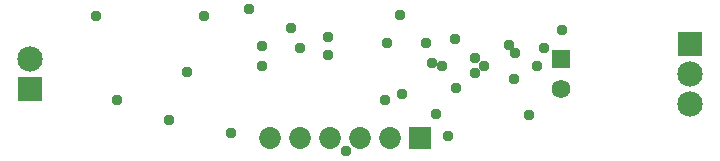
<source format=gbr>
G04 EAGLE Gerber RS-274X export*
G75*
%MOMM*%
%FSLAX34Y34*%
%LPD*%
%INSoldermask Bottom*%
%IPPOS*%
%AMOC8*
5,1,8,0,0,1.08239X$1,22.5*%
G01*
%ADD10C,1.853200*%
%ADD11R,1.853200X1.853200*%
%ADD12C,1.581200*%
%ADD13R,1.581200X1.581200*%
%ADD14R,2.153200X2.153200*%
%ADD15C,2.153200*%
%ADD16C,0.959600*%


D10*
X325120Y25400D03*
X299720Y25400D03*
D11*
X350520Y25400D03*
D10*
X274320Y25400D03*
X248920Y25400D03*
X223520Y25400D03*
D12*
X470220Y66929D03*
D13*
X470220Y92329D03*
D14*
X20320Y66929D03*
D15*
X20320Y92329D03*
D14*
X579120Y105029D03*
D15*
X579120Y79629D03*
X579120Y54229D03*
D16*
X153670Y81280D03*
X190500Y29210D03*
X217170Y86360D03*
X217170Y102870D03*
X273050Y95250D03*
X364490Y45720D03*
X93980Y57150D03*
X76200Y128270D03*
X138430Y40640D03*
X397510Y92710D03*
X405130Y86360D03*
X397510Y80010D03*
X369570Y86360D03*
X425620Y104310D03*
X449580Y86360D03*
X374650Y26670D03*
X443230Y44450D03*
X334010Y129540D03*
X430530Y74930D03*
X455930Y101600D03*
X471221Y116891D03*
X241300Y118110D03*
X167640Y128270D03*
X288290Y13970D03*
X273050Y110490D03*
X431241Y97079D03*
X322580Y105410D03*
X355600Y105410D03*
X321310Y57150D03*
X335665Y62615D03*
X205740Y134620D03*
X360482Y88900D03*
X248920Y101600D03*
X381146Y67904D03*
X380152Y109028D03*
M02*

</source>
